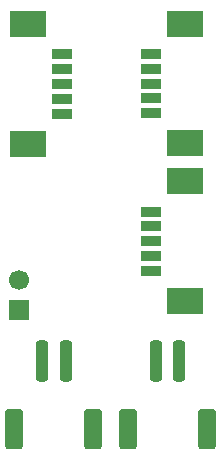
<source format=gbr>
%TF.GenerationSoftware,KiCad,Pcbnew,9.0.1*%
%TF.CreationDate,2025-05-22T11:03:56-04:00*%
%TF.ProjectId,Pneumatactors_1Xiao_PiezoPumps_2Valves,506e6575-6d61-4746-9163-746f72735f31,rev?*%
%TF.SameCoordinates,Original*%
%TF.FileFunction,Soldermask,Bot*%
%TF.FilePolarity,Negative*%
%FSLAX46Y46*%
G04 Gerber Fmt 4.6, Leading zero omitted, Abs format (unit mm)*
G04 Created by KiCad (PCBNEW 9.0.1) date 2025-05-22 11:03:56*
%MOMM*%
%LPD*%
G01*
G04 APERTURE LIST*
G04 Aperture macros list*
%AMRoundRect*
0 Rectangle with rounded corners*
0 $1 Rounding radius*
0 $2 $3 $4 $5 $6 $7 $8 $9 X,Y pos of 4 corners*
0 Add a 4 corners polygon primitive as box body*
4,1,4,$2,$3,$4,$5,$6,$7,$8,$9,$2,$3,0*
0 Add four circle primitives for the rounded corners*
1,1,$1+$1,$2,$3*
1,1,$1+$1,$4,$5*
1,1,$1+$1,$6,$7*
1,1,$1+$1,$8,$9*
0 Add four rect primitives between the rounded corners*
20,1,$1+$1,$2,$3,$4,$5,0*
20,1,$1+$1,$4,$5,$6,$7,0*
20,1,$1+$1,$6,$7,$8,$9,0*
20,1,$1+$1,$8,$9,$2,$3,0*%
G04 Aperture macros list end*
%ADD10R,3.098800X2.209800*%
%ADD11R,1.701800X0.812800*%
%ADD12RoundRect,0.250001X0.499999X1.449999X-0.499999X1.449999X-0.499999X-1.449999X0.499999X-1.449999X0*%
%ADD13RoundRect,0.250000X0.250000X1.500000X-0.250000X1.500000X-0.250000X-1.500000X0.250000X-1.500000X0*%
%ADD14C,1.700000*%
%ADD15R,1.700000X1.700000*%
G04 APERTURE END LIST*
D10*
%TO.C,J4*%
X43184501Y-50175000D03*
X43184501Y-40075000D03*
D11*
X46084500Y-42625000D03*
X46084500Y-43875000D03*
X46084500Y-45125000D03*
X46084500Y-46375000D03*
X46084500Y-47625000D03*
%TD*%
D12*
%TO.C,J6*%
X51625000Y-74330000D03*
X58325000Y-74330000D03*
D13*
X53975000Y-68580000D03*
X55975000Y-68580000D03*
%TD*%
D10*
%TO.C,J1*%
X56510499Y-40035000D03*
X56510499Y-50135000D03*
D11*
X53610500Y-47585000D03*
X53610500Y-46335000D03*
X53610500Y-45085000D03*
X53610500Y-43835000D03*
X53610500Y-42585000D03*
%TD*%
D12*
%TO.C,J5*%
X42005000Y-74330000D03*
X48705000Y-74330000D03*
D13*
X44355000Y-68580000D03*
X46355000Y-68580000D03*
%TD*%
D10*
%TO.C,J2*%
X56510499Y-53370000D03*
X56510499Y-63470000D03*
D11*
X53610500Y-60920000D03*
X53610500Y-59670000D03*
X53610500Y-58420000D03*
X53610500Y-57170000D03*
X53610500Y-55920000D03*
%TD*%
D14*
%TO.C,J3*%
X42418000Y-61722000D03*
D15*
X42418000Y-64262000D03*
%TD*%
M02*

</source>
